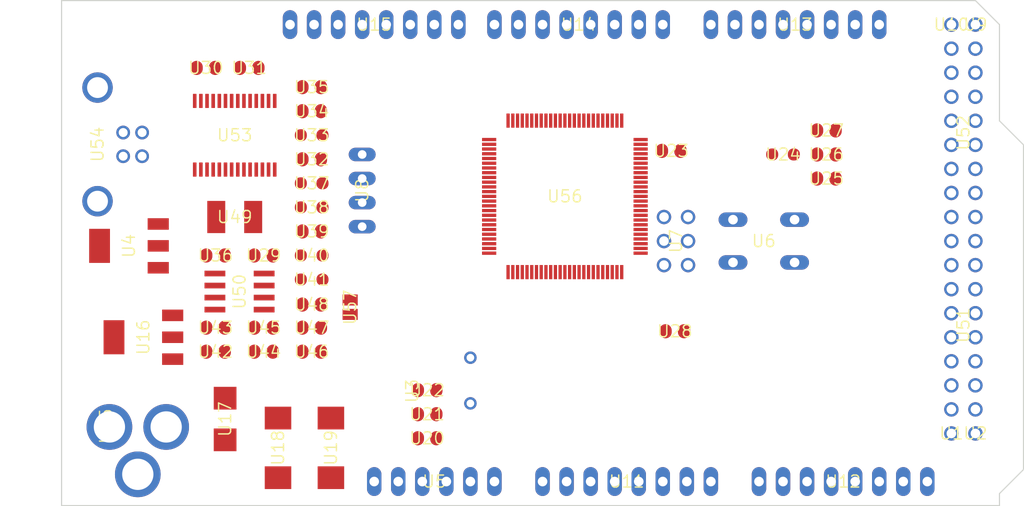
<source format=kicad_pcb>
(kicad_pcb (version 20221018) (generator pcbnew)
  (layers (0 "F.Cu" signal "Top") (31 "B.Cu" signal "Bottom") (34 "B.Paste" user) (35 "F.Paste" user) (36 "B.SilkS" user "B.Silkscreen") (37 "F.SilkS" user "F.Silkscreen") (38 "B.Mask" user) (39 "F.Mask" user) (44 "Edge.Cuts" user))
  (net 0 "")
  (net 1 "+5V")
  (net 2 "GND")
  (net 3 "N$6")
  (net 4 "N$7")
  (net 5 "AREF")
  (net 6 "RESET")
  (net 7 "VIN")
  (net 8 "N$3")
  (net 9 "PWRIN")
  (net 10 "M8RXD")
  (net 11 "M8TXD")
  (net 12 "ADC0")
  (net 13 "ADC2")
  (net 14 "ADC1")
  (net 15 "ADC3")
  (net 16 "ADC4")
  (net 17 "ADC5")
  (net 18 "ADC6")
  (net 19 "ADC7")
  (net 20 "+3V3")
  (net 21 "SDA")
  (net 22 "SCL")
  (net 23 "ADC9")
  (net 24 "ADC8")
  (net 25 "ADC10")
  (net 26 "ADC11")
  (net 27 "ADC12")
  (net 28 "ADC13")
  (net 29 "ADC14")
  (net 30 "ADC15")
  (net 31 "PB3")
  (net 32 "PB2")
  (net 33 "PB1")
  (net 34 "PB5")
  (net 35 "PB4")
  (net 36 "PE5")
  (net 37 "PE4")
  (net 38 "PE3")
  (net 39 "PE1")
  (net 40 "PE0")
  (net 41 "N$15")
  (net 42 "N$53")
  (net 43 "N$54")
  (net 44 "N$55")
  (net 45 "D-")
  (net 46 "D+")
  (net 47 "N$60")
  (net 48 "DTR")
  (net 49 "USBVCC")
  (net 50 "N$2")
  (net 51 "N$4")
  (net 52 "GATE_CMD")
  (net 53 "CMP")
  (net 54 "PB6")
  (net 55 "PH3")
  (net 56 "PH4")
  (net 57 "PH5")
  (net 58 "PH6")
  (net 59 "PG5")
  (net 60 "RXD1")
  (net 61 "TXD1")
  (net 62 "RXD2")
  (net 63 "RXD3")
  (net 64 "TXD2")
  (net 65 "TXD3")
  (net 66 "PC0")
  (net 67 "PC1")
  (net 68 "PC2")
  (net 69 "PC3")
  (net 70 "PC4")
  (net 71 "PC5")
  (net 72 "PC6")
  (net 73 "PC7")
  (net 74 "PB0")
  (net 75 "PG0")
  (net 76 "PG1")
  (net 77 "PG2")
  (net 78 "PD7")
  (net 79 "PA0")
  (net 80 "PA1")
  (net 81 "PA2")
  (net 82 "PA3")
  (net 83 "PA4")
  (net 84 "PA5")
  (net 85 "PA6")
  (net 86 "PA7")
  (net 87 "PL0")
  (net 88 "PL1")
  (net 89 "PL2")
  (net 90 "PL3")
  (net 91 "PL4")
  (net 92 "PL5")
  (net 93 "PL6")
  (net 94 "PL7")
  (net 95 "PB7")
  (net 96 "CTS")
  (net 97 "DSR")
  (net 98 "DCD")
  (net 99 "RI")
  (footprint "Arduino_MEGA_Reference_Design:2X03" (layer "F.Cu") (at 162.5981 103.7336 -90)
    (fp_text reference "U7")
    (fp_text value "")
  )
  (footprint "Arduino_MEGA_Reference_Design:1X08" (layer "F.Cu") (at 152.3111 80.8736 180)
    (fp_text reference "U14")
    (fp_text value "")
  )
  (footprint "Arduino_MEGA_Reference_Design:1X08" (layer "F.Cu") (at 130.7211 80.8736 180)
    (fp_text reference "U15")
    (fp_text value "")
  )
  (footprint "Arduino_MEGA_Reference_Design:SMC_D" (layer "F.Cu") (at 120.5611 125.5776 -90)
    (fp_text reference "U18")
    (fp_text value "")
  )
  (footprint "Arduino_MEGA_Reference_Design:SMC_D" (layer "F.Cu") (at 126.1491 125.5776 -90)
    (fp_text reference "U19")
    (fp_text value "")
  )
  (footprint "Arduino_MEGA_Reference_Design:B3F-10XX" (layer "F.Cu") (at 171.8691 103.7336 180)
    (fp_text reference "U6")
    (fp_text value "")
  )
  (footprint "Arduino_MEGA_Reference_Design:0805RND" (layer "F.Cu") (at 173.9011 94.5896 180)
    (fp_text reference "U24")
    (fp_text value "")
  )
  (footprint "Arduino_MEGA_Reference_Design:SMB" (layer "F.Cu") (at 114.9731 122.5296 -90)
    (fp_text reference "U17")
    (fp_text value "")
  )
  (footprint "Arduino_MEGA_Reference_Design:DC-21MM" (layer "F.Cu") (at 103.0351 123.2916 90)
    (fp_text reference "U55")
    (fp_text value "")
  )
  (footprint "Arduino_MEGA_Reference_Design:HC49_S" (layer "F.Cu") (at 140.8811 118.4656 90)
    (fp_text reference "U3")
    (fp_text value "")
  )
  (footprint "Arduino_MEGA_Reference_Design:SOT223" (layer "F.Cu") (at 106.3371 113.8936 90)
    (fp_text reference "U16")
    (fp_text value "")
  )
  (footprint "Arduino_MEGA_Reference_Design:1X06" (layer "F.Cu") (at 137.0711 129.1336)
    (fp_text reference "U5")
    (fp_text value "")
  )
  (footprint "Arduino_MEGA_Reference_Design:C0805RND" (layer "F.Cu") (at 124.1171 87.4776)
    (fp_text reference "U35")
    (fp_text value "")
  )
  (footprint "Arduino_MEGA_Reference_Design:C0805RND" (layer "F.Cu") (at 162.4711 113.2586)
    (fp_text reference "U28")
    (fp_text value "")
  )
  (footprint "Arduino_MEGA_Reference_Design:C0805RND" (layer "F.Cu") (at 136.3091 122.0216)
    (fp_text reference "U21")
    (fp_text value "")
  )
  (footprint "Arduino_MEGA_Reference_Design:C0805RND" (layer "F.Cu") (at 136.3091 119.4816)
    (fp_text reference "U22")
    (fp_text value "")
  )
  (footprint "Arduino_MEGA_Reference_Design:C0805RND" (layer "F.Cu") (at 113.9571 112.8776)
    (fp_text reference "U43")
    (fp_text value "")
  )
  (footprint "Arduino_MEGA_Reference_Design:RCL_0805RND" (layer "F.Cu") (at 124.1171 105.2576)
    (fp_text reference "U40")
    (fp_text value "")
  )
  (footprint "Arduino_MEGA_Reference_Design:RCL_0805RND" (layer "F.Cu") (at 124.1171 107.7976)
    (fp_text reference "U41")
    (fp_text value "")
  )
  (footprint "Arduino_MEGA_Reference_Design:1X08" (layer "F.Cu") (at 157.3911 129.1336)
    (fp_text reference "U11")
    (fp_text value "")
  )
  (footprint "Arduino_MEGA_Reference_Design:1X08" (layer "F.Cu") (at 175.1711 80.8736 180)
    (fp_text reference "U13")
    (fp_text value "")
  )
  (footprint "Arduino_MEGA_Reference_Design:R0805RND" (layer "F.Cu") (at 178.4731 94.5896 180)
    (fp_text reference "U26")
    (fp_text value "")
  )
  (footprint "Arduino_MEGA_Reference_Design:R0805RND" (layer "F.Cu") (at 178.4731 92.0496 180)
    (fp_text reference "U27")
    (fp_text value "")
  )
  (footprint "Arduino_MEGA_Reference_Design:TQFP100" (layer "F.Cu") (at 150.86109924316406 99.01386260986328 0)
    (fp_text reference "U56")
    (fp_text value "")
  )
  (footprint "Arduino_MEGA_Reference_Design:C0805RND" (layer "F.Cu") (at 162.0901 94.2086 180)
    (fp_text reference "U23")
    (fp_text value "")
  )
  (footprint "Arduino_MEGA_Reference_Design:C0805RND" (layer "F.Cu") (at 136.3091 124.5616)
    (fp_text reference "U20")
    (fp_text value "")
  )
  (footprint "Arduino_MEGA_Reference_Design:1X08" (layer "F.Cu") (at 180.2511 129.1336)
    (fp_text reference "U12")
    (fp_text value "")
  )
  (footprint "Arduino_MEGA_Reference_Design:R0805RND" (layer "F.Cu") (at 124.1171 112.8776)
    (fp_text reference "U47")
    (fp_text value "")
  )
  (footprint "Arduino_MEGA_Reference_Design:C0805RND" (layer "F.Cu") (at 124.1171 115.4176)
    (fp_text reference "U46")
    (fp_text value "")
  )
  (footprint "Arduino_MEGA_Reference_Design:C0805RND" (layer "F.Cu") (at 113.9571 105.2576)
    (fp_text reference "U36")
    (fp_text value "")
  )
  (footprint "Arduino_MEGA_Reference_Design:C0805RND" (layer "F.Cu") (at 112.9411 85.4456)
    (fp_text reference "U30")
    (fp_text value "")
  )
  (footprint "Arduino_MEGA_Reference_Design:0805RND" (layer "F.Cu") (at 124.1171 100.1776 180)
    (fp_text reference "U38")
    (fp_text value "")
  )
  (footprint "Arduino_MEGA_Reference_Design:0805RND" (layer "F.Cu") (at 124.1171 97.6376 180)
    (fp_text reference "U37")
    (fp_text value "")
  )
  (footprint "Arduino_MEGA_Reference_Design:R0805RND" (layer "F.Cu") (at 124.1171 95.0976)
    (fp_text reference "U32")
    (fp_text value "")
  )
  (footprint "Arduino_MEGA_Reference_Design:R0805RND" (layer "F.Cu") (at 124.1171 102.7176)
    (fp_text reference "U39")
    (fp_text value "")
  )
  (footprint "Arduino_MEGA_Reference_Design:SSOP28" (layer "F.Cu") (at 115.9891 92.5576)
    (fp_text reference "U53")
    (fp_text value "")
  )
  (footprint "Arduino_MEGA_Reference_Design:PN61729" (layer "F.Cu") (at 98.9584 93.5228 -90)
    (fp_text reference "U54")
    (fp_text value "")
  )
  (footprint "Arduino_MEGA_Reference_Design:L1812" (layer "F.Cu") (at 115.9891 101.1936)
    (fp_text reference "U49")
    (fp_text value "")
  )
  (footprint "Arduino_MEGA_Reference_Design:C0805RND" (layer "F.Cu") (at 117.5131 85.4456)
    (fp_text reference "U31")
    (fp_text value "")
  )
  (footprint "Arduino_MEGA_Reference_Design:0805RND" (layer "F.Cu") (at 124.1171 92.5576 180)
    (fp_text reference "U33")
    (fp_text value "")
  )
  (footprint "Arduino_MEGA_Reference_Design:R0805RND" (layer "F.Cu") (at 124.1171 90.0176 180)
    (fp_text reference "U34")
    (fp_text value "")
  )
  (footprint "Arduino_MEGA_Reference_Design:C0805RND" (layer "F.Cu") (at 124.1171 110.4392 180)
    (fp_text reference "U48")
    (fp_text value "")
  )
  (footprint "Arduino_MEGA_Reference_Design:SOT223" (layer "F.Cu") (at 104.8131 104.2416 90)
    (fp_text reference "U4")
    (fp_text value "")
  )
  (footprint "Arduino_MEGA_Reference_Design:SO08" (layer "F.Cu") (at 116.4971 109.0676 -90)
    (fp_text reference "U50")
    (fp_text value "")
  )
  (footprint "Arduino_MEGA_Reference_Design:R0805RND" (layer "F.Cu") (at 113.9571 115.4176 180)
    (fp_text reference "U42")
    (fp_text value "")
  )
  (footprint "Arduino_MEGA_Reference_Design:R0805RND" (layer "F.Cu") (at 119.0371 112.8776 180)
    (fp_text reference "U45")
    (fp_text value "")
  )
  (footprint "Arduino_MEGA_Reference_Design:C0805RND" (layer "F.Cu") (at 119.0371 115.4176 180)
    (fp_text reference "U44")
    (fp_text value "")
  )
  (footprint "Arduino_MEGA_Reference_Design:C0805RND" (layer "F.Cu") (at 119.0371 105.2576)
    (fp_text reference "U29")
    (fp_text value "")
  )
  (footprint "Arduino_MEGA_Reference_Design:2X08" (layer "F.Cu") (at 192.9511 92.3036 90)
    (fp_text reference "U52")
    (fp_text value "")
  )
  (footprint "Arduino_MEGA_Reference_Design:2X08" (layer "F.Cu") (at 192.9511 112.6236 90)
    (fp_text reference "U51")
    (fp_text value "")
  )
  (footprint "Arduino_MEGA_Reference_Design:R0805RND" (layer "F.Cu") (at 178.4731 97.1296 180)
    (fp_text reference "U25")
    (fp_text value "")
  )
  (footprint "Arduino_MEGA_Reference_Design:1X01" (layer "F.Cu") (at 191.6811 80.8736)
    (fp_text reference "U10")
    (fp_text value "")
  )
  (footprint "Arduino_MEGA_Reference_Design:1X01" (layer "F.Cu") (at 194.2211 80.8736)
    (fp_text reference "U9")
    (fp_text value "")
  )
  (footprint "Arduino_MEGA_Reference_Design:1X01" (layer "F.Cu") (at 191.6811 124.0536)
    (fp_text reference "U1")
    (fp_text value "")
  )
  (footprint "Arduino_MEGA_Reference_Design:1X01" (layer "F.Cu") (at 194.2211 124.0536)
    (fp_text reference "U2")
    (fp_text value "")
  )
  (footprint "Arduino_MEGA_Reference_Design:SJ" (layer "F.Cu") (at 128.1811 110.7186 -90)
    (fp_text reference "U57")
    (fp_text value "")
  )
  (footprint "Arduino_MEGA_Reference_Design:JP4" (layer "F.Cu") (at 129.4511 98.3996 -90)
    (fp_text reference "U8")
    (fp_text value "")
  )
  (gr_line (start 196.7611 80.8736) (end 196.7611 91.0336) (layer "Edge.Cuts") (width 0.12))
  (gr_line (start 196.7611 130.4036) (end 196.7611 131.6736) (layer "Edge.Cuts") (width 0.12))
  (gr_line (start 194.2211 78.3336) (end 196.7611 80.8736) (layer "Edge.Cuts") (width 0.12))
  (gr_line (start 97.7011 78.3336) (end 194.2211 78.3336) (layer "Edge.Cuts") (width 0.12))
  (gr_line (start 196.7611 91.0336) (end 199.3011 93.5736) (layer "Edge.Cuts") (width 0.12))
  (gr_line (start 97.7011 131.6736) (end 97.7011 78.3336) (layer "Edge.Cuts") (width 0.12))
  (gr_line (start 196.7611 131.6736) (end 97.7011 131.6736) (layer "Edge.Cuts") (width 0.12))
  (gr_line (start 199.3011 93.5736) (end 199.3011 127.8636) (layer "Edge.Cuts") (width 0.12))
  (gr_line (start 199.3011 127.8636) (end 196.7611 130.4036) (layer "Edge.Cuts") (width 0.12))
)
</source>
